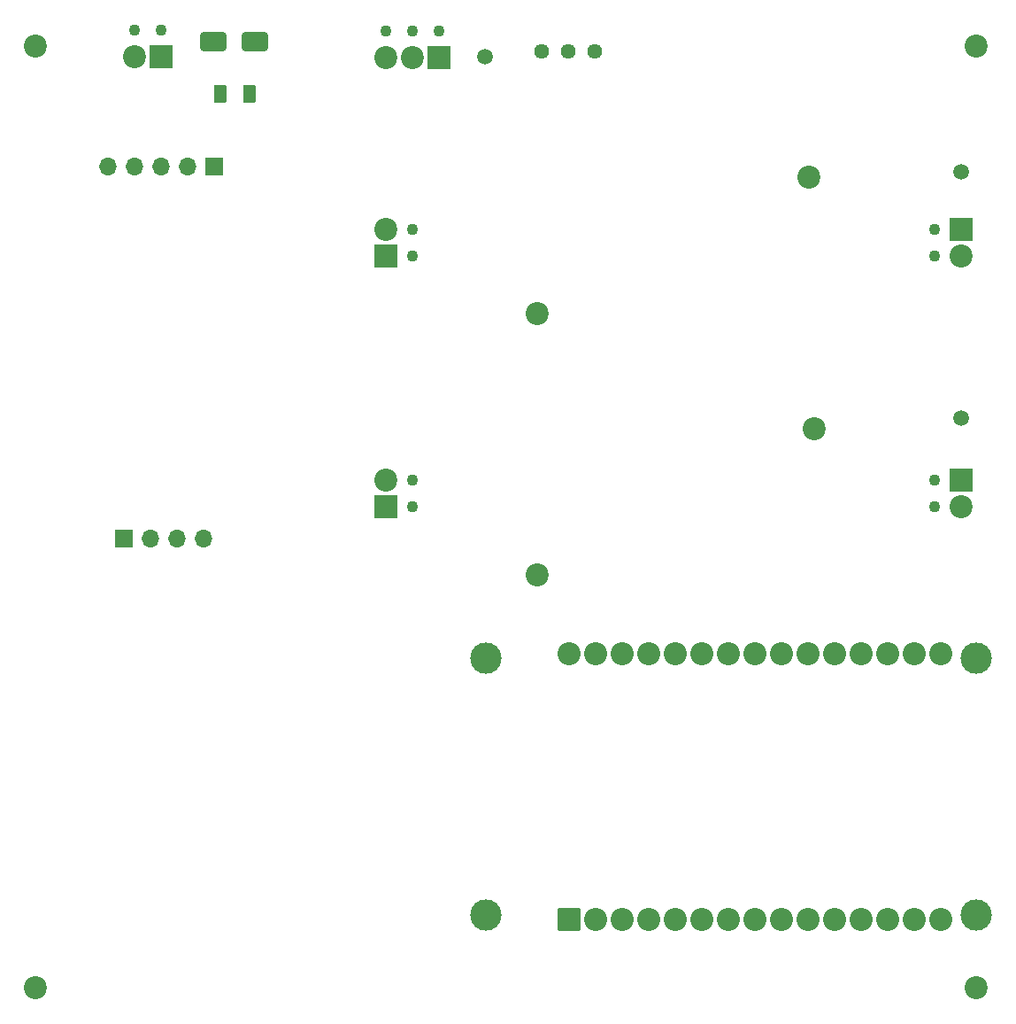
<source format=gbr>
%TF.GenerationSoftware,KiCad,Pcbnew,8.0.7*%
%TF.CreationDate,2025-03-03T08:30:58+07:00*%
%TF.ProjectId,esp32_getstok_testing,65737033-325f-4676-9574-73746f6b5f74,rev?*%
%TF.SameCoordinates,Original*%
%TF.FileFunction,Soldermask,Top*%
%TF.FilePolarity,Negative*%
%FSLAX46Y46*%
G04 Gerber Fmt 4.6, Leading zero omitted, Abs format (unit mm)*
G04 Created by KiCad (PCBNEW 8.0.7) date 2025-03-03 08:30:58*
%MOMM*%
%LPD*%
G01*
G04 APERTURE LIST*
G04 Aperture macros list*
%AMRoundRect*
0 Rectangle with rounded corners*
0 $1 Rounding radius*
0 $2 $3 $4 $5 $6 $7 $8 $9 X,Y pos of 4 corners*
0 Add a 4 corners polygon primitive as box body*
4,1,4,$2,$3,$4,$5,$6,$7,$8,$9,$2,$3,0*
0 Add four circle primitives for the rounded corners*
1,1,$1+$1,$2,$3*
1,1,$1+$1,$4,$5*
1,1,$1+$1,$6,$7*
1,1,$1+$1,$8,$9*
0 Add four rect primitives between the rounded corners*
20,1,$1+$1,$2,$3,$4,$5,0*
20,1,$1+$1,$4,$5,$6,$7,0*
20,1,$1+$1,$6,$7,$8,$9,0*
20,1,$1+$1,$8,$9,$2,$3,0*%
G04 Aperture macros list end*
%ADD10C,1.440000*%
%ADD11C,3.000000*%
%ADD12RoundRect,0.102000X1.000000X-1.000000X1.000000X1.000000X-1.000000X1.000000X-1.000000X-1.000000X0*%
%ADD13C,2.204000*%
%ADD14C,1.100000*%
%ADD15R,2.200000X2.200000*%
%ADD16C,2.200000*%
%ADD17C,1.500000*%
%ADD18R,1.700000X1.700000*%
%ADD19O,1.700000X1.700000*%
%ADD20RoundRect,0.250000X1.000000X0.650000X-1.000000X0.650000X-1.000000X-0.650000X1.000000X-0.650000X0*%
%ADD21RoundRect,0.250000X-0.375000X-0.625000X0.375000X-0.625000X0.375000X0.625000X-0.375000X0.625000X0*%
G04 APERTURE END LIST*
D10*
%TO.C,RV1*%
X163500000Y-43000000D03*
X160960000Y-43000000D03*
X158420000Y-43000000D03*
%TD*%
D11*
%TO.C,U1*%
X153050000Y-125510000D03*
X200000000Y-125510000D03*
X153050000Y-101000000D03*
X200000000Y-101000000D03*
D12*
X161010000Y-125930000D03*
D13*
X163550000Y-125930000D03*
X166090000Y-125930000D03*
X168630000Y-125930000D03*
X171170000Y-125930000D03*
X173710000Y-125930000D03*
X176250000Y-125930000D03*
X178790000Y-125930000D03*
X181330000Y-125930000D03*
X183870000Y-125930000D03*
X186410000Y-125930000D03*
X188950000Y-125930000D03*
X191490000Y-125930000D03*
X194030000Y-125930000D03*
X196570000Y-125930000D03*
X196570000Y-100530000D03*
X194030000Y-100530000D03*
X191490000Y-100530000D03*
X188950000Y-100530000D03*
X186410000Y-100530000D03*
X183870000Y-100530000D03*
X181330000Y-100530000D03*
X178790000Y-100530000D03*
X176250000Y-100530000D03*
X173710000Y-100530000D03*
X171170000Y-100530000D03*
X168630000Y-100530000D03*
X166090000Y-100530000D03*
X163550000Y-100530000D03*
X161010000Y-100530000D03*
%TD*%
D14*
%TO.C,J6*%
X195960000Y-59960000D03*
X195960000Y-62500000D03*
D15*
X198500000Y-59960000D03*
D16*
X198500000Y-62500000D03*
%TD*%
%TO.C,H5*%
X158000000Y-68000000D03*
%TD*%
D17*
%TO.C,TP1*%
X153000000Y-43500000D03*
%TD*%
D14*
%TO.C,J1*%
X122000000Y-40960000D03*
X119460000Y-40960000D03*
D15*
X122000000Y-43500000D03*
D16*
X119460000Y-43500000D03*
%TD*%
%TO.C,H7*%
X158000000Y-93000000D03*
%TD*%
D14*
%TO.C,J7*%
X146000000Y-86500000D03*
X146000000Y-83960000D03*
D15*
X143460000Y-86500000D03*
D16*
X143460000Y-83960000D03*
%TD*%
D18*
%TO.C,J5*%
X127040000Y-54000000D03*
D19*
X124500000Y-54000000D03*
X121960000Y-54000000D03*
X119420000Y-54000000D03*
X116880000Y-54000000D03*
%TD*%
D20*
%TO.C,D1*%
X131000000Y-42000000D03*
X127000000Y-42000000D03*
%TD*%
D17*
%TO.C,TP2*%
X198500000Y-78000000D03*
%TD*%
D16*
%TO.C,H8*%
X184500000Y-79000000D03*
%TD*%
D17*
%TO.C,TP3*%
X198500000Y-54500000D03*
%TD*%
D21*
%TO.C,F1*%
X127700000Y-47000000D03*
X130500000Y-47000000D03*
%TD*%
D16*
%TO.C,H4*%
X200000000Y-132500000D03*
%TD*%
%TO.C,H2*%
X200000000Y-42500000D03*
%TD*%
D18*
%TO.C,J3*%
X118420000Y-89500000D03*
D19*
X120960000Y-89500000D03*
X123500000Y-89500000D03*
X126040000Y-89500000D03*
%TD*%
D14*
%TO.C,J4*%
X146000000Y-62500000D03*
X146000000Y-59960000D03*
D15*
X143460000Y-62500000D03*
D16*
X143460000Y-59960000D03*
%TD*%
%TO.C,H3*%
X110000000Y-132500000D03*
%TD*%
D14*
%TO.C,J8*%
X195960000Y-83960000D03*
X195960000Y-86500000D03*
D15*
X198500000Y-83960000D03*
D16*
X198500000Y-86500000D03*
%TD*%
%TO.C,H6*%
X184000000Y-55000000D03*
%TD*%
%TO.C,H1*%
X110000000Y-42500000D03*
%TD*%
D14*
%TO.C,J2*%
X148540000Y-41000000D03*
X146000000Y-41000000D03*
X143460000Y-41000000D03*
D15*
X148540000Y-43540000D03*
D16*
X146000000Y-43540000D03*
X143460000Y-43540000D03*
%TD*%
M02*

</source>
